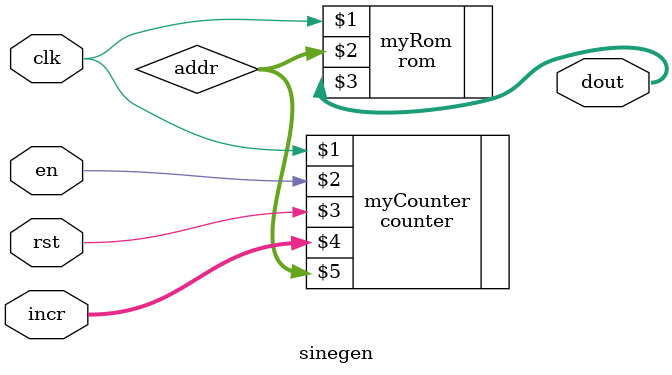
<source format=sv>
module sinegen
(input logic[7:0] incr,
 input logic rst,
 input logic en,
 input logic clk,
 output logic[7:0] dout);
    
    logic[7:0] addr;

    counter myCounter(clk, en, rst, incr, addr);
    rom myRom(clk, addr, dout);

endmodule

</source>
